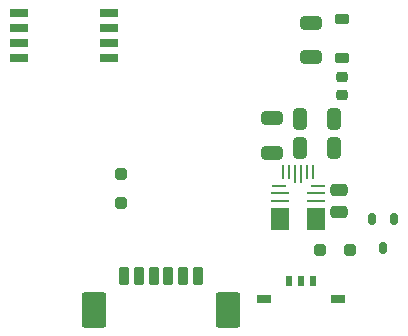
<source format=gbr>
%TF.GenerationSoftware,KiCad,Pcbnew,7.0.11*%
%TF.CreationDate,2024-11-13T01:21:52+09:00*%
%TF.ProjectId,Control,436f6e74-726f-46c2-9e6b-696361645f70,rev?*%
%TF.SameCoordinates,Original*%
%TF.FileFunction,Paste,Top*%
%TF.FilePolarity,Positive*%
%FSLAX46Y46*%
G04 Gerber Fmt 4.6, Leading zero omitted, Abs format (unit mm)*
G04 Created by KiCad (PCBNEW 7.0.11) date 2024-11-13 01:21:52*
%MOMM*%
%LPD*%
G01*
G04 APERTURE LIST*
G04 Aperture macros list*
%AMRoundRect*
0 Rectangle with rounded corners*
0 $1 Rounding radius*
0 $2 $3 $4 $5 $6 $7 $8 $9 X,Y pos of 4 corners*
0 Add a 4 corners polygon primitive as box body*
4,1,4,$2,$3,$4,$5,$6,$7,$8,$9,$2,$3,0*
0 Add four circle primitives for the rounded corners*
1,1,$1+$1,$2,$3*
1,1,$1+$1,$4,$5*
1,1,$1+$1,$6,$7*
1,1,$1+$1,$8,$9*
0 Add four rect primitives between the rounded corners*
20,1,$1+$1,$2,$3,$4,$5,0*
20,1,$1+$1,$4,$5,$6,$7,0*
20,1,$1+$1,$6,$7,$8,$9,0*
20,1,$1+$1,$8,$9,$2,$3,0*%
G04 Aperture macros list end*
%ADD10RoundRect,0.250000X-0.650000X0.325000X-0.650000X-0.325000X0.650000X-0.325000X0.650000X0.325000X0*%
%ADD11RoundRect,0.175000X-0.175000X0.325000X-0.175000X-0.325000X0.175000X-0.325000X0.175000X0.325000X0*%
%ADD12R,1.286000X0.250000*%
%ADD13R,1.586000X0.250000*%
%ADD14R,1.586000X1.950000*%
%ADD15R,1.186000X0.250000*%
%ADD16R,0.250000X1.202000*%
%ADD17R,0.250000X1.602000*%
%ADD18RoundRect,0.250000X-0.325000X-0.650000X0.325000X-0.650000X0.325000X0.650000X-0.325000X0.650000X0*%
%ADD19RoundRect,0.250000X0.475000X-0.250000X0.475000X0.250000X-0.475000X0.250000X-0.475000X-0.250000X0*%
%ADD20RoundRect,0.218750X-0.256250X0.218750X-0.256250X-0.218750X0.256250X-0.218750X0.256250X0.218750X0*%
%ADD21RoundRect,0.200000X-0.200000X-0.600000X0.200000X-0.600000X0.200000X0.600000X-0.200000X0.600000X0*%
%ADD22RoundRect,0.250001X-0.799999X-1.249999X0.799999X-1.249999X0.799999X1.249999X-0.799999X1.249999X0*%
%ADD23R,0.600000X0.970000*%
%ADD24R,1.150000X0.700000*%
%ADD25RoundRect,0.225000X0.375000X-0.225000X0.375000X0.225000X-0.375000X0.225000X-0.375000X-0.225000X0*%
%ADD26R,1.600000X0.760000*%
%ADD27RoundRect,0.250000X0.250000X0.250000X-0.250000X0.250000X-0.250000X-0.250000X0.250000X-0.250000X0*%
%ADD28RoundRect,0.250000X0.250000X-0.250000X0.250000X0.250000X-0.250000X0.250000X-0.250000X-0.250000X0*%
G04 APERTURE END LIST*
D10*
%TO.C,C27*%
X22500000Y-16425000D03*
X22500000Y-19375000D03*
%TD*%
D11*
%TO.C,Q2*%
X32850001Y-25000000D03*
X30950001Y-25000000D03*
X31900001Y-27400000D03*
%TD*%
D12*
%TO.C,IC1*%
X23057000Y-22150001D03*
D13*
X23207000Y-22800001D03*
X23207000Y-23450001D03*
D14*
X23207000Y-24950001D03*
X26193000Y-24950001D03*
D13*
X26193000Y-23450001D03*
X26193000Y-22800001D03*
D15*
X26393000Y-22150001D03*
D16*
X25950000Y-20999001D03*
X25450000Y-20999001D03*
D17*
X24950000Y-21199001D03*
X24450000Y-21199001D03*
D16*
X23950000Y-20999001D03*
X23450000Y-20999001D03*
%TD*%
D18*
%TO.C,C10*%
X24825000Y-19000000D03*
X27775000Y-19000000D03*
%TD*%
D19*
%TO.C,C11*%
X28200000Y-24399000D03*
X28200000Y-22499000D03*
%TD*%
D18*
%TO.C,C26*%
X24825000Y-16500000D03*
X27775000Y-16500000D03*
%TD*%
D20*
%TO.C,L1*%
X28400000Y-12912500D03*
X28400000Y-14487500D03*
%TD*%
D21*
%TO.C,J4*%
X9975000Y-29800000D03*
X11225000Y-29800000D03*
X12475000Y-29800000D03*
X13725000Y-29800000D03*
X14975000Y-29800000D03*
X16225000Y-29800000D03*
D22*
X7425000Y-32700000D03*
X18775000Y-32700000D03*
%TD*%
D23*
%TO.C,SW3*%
X23975000Y-30185000D03*
X24975000Y-30185000D03*
X25975000Y-30185000D03*
D24*
X21850000Y-31770000D03*
X28100000Y-31770000D03*
%TD*%
D25*
%TO.C,D5*%
X28400000Y-11350000D03*
X28400000Y-8050000D03*
%TD*%
D26*
%TO.C,SW4*%
X1090000Y-7495000D03*
X1090000Y-8765000D03*
X1090000Y-10035000D03*
X1090000Y-11305000D03*
X8710000Y-11305000D03*
X8710000Y-10035000D03*
X8710000Y-8765000D03*
X8710000Y-7495000D03*
%TD*%
D10*
%TO.C,C14*%
X25818415Y-8339498D03*
X25818415Y-11289498D03*
%TD*%
D27*
%TO.C,D6*%
X29095174Y-27606272D03*
X26595174Y-27606272D03*
%TD*%
D28*
%TO.C,D1*%
X9695031Y-23646856D03*
X9695031Y-21146856D03*
%TD*%
M02*

</source>
